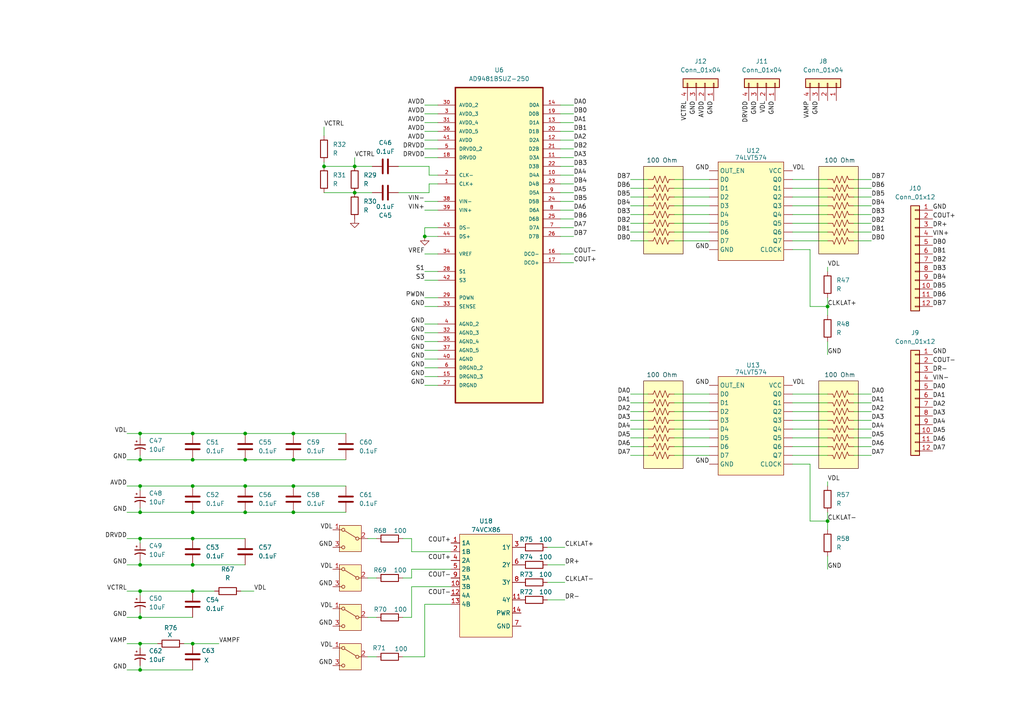
<source format=kicad_sch>
(kicad_sch (version 20231120) (generator "eeschema") (generator_version "8.0")
  (paper "A4")
  (title_block (title "ZYMA_ADC_FPGA") (date "2024-06-28") (rev "V01") (company "SHAKRA INNOVATIONS PVT LIMITED"))
  (lib_symbols
    (symbol "74LVT574_1"
      (property "Reference" "U12" (at 0 2.032 0))
      (property "Value" "74LVT574" (at -0.635 0 0))
      (symbol "74LVT574_1_1_1"
        (rectangle (start -10.16 -1.27) (end 8.89 -29.845) (fill (type background)))
        (pin input line (at 11.43 -26.67 180) (length 2.54) (name "CLOCK") (number ""))
        (pin input line (at -12.7 -6.35 0) (length 2.54) (name "D0") (number ""))
        (pin input line (at -12.7 -8.89 0) (length 2.54) (name "D1") (number ""))
        (pin input line (at -12.7 -11.43 0) (length 2.54) (name "D2") (number ""))
        (pin input line (at -12.7 -13.97 0) (length 2.54) (name "D3") (number ""))
        (pin input line (at -12.7 -16.51 0) (length 2.54) (name "D4") (number ""))
        (pin input line (at -12.7 -19.05 0) (length 2.54) (name "D5") (number ""))
        (pin input line (at -12.7 -21.59 0) (length 2.54) (name "D6") (number ""))
        (pin input line (at -12.7 -24.13 0) (length 2.54) (name "D7") (number ""))
        (pin power_in line (at -12.7 -26.67 0) (length 2.54) (name "GND") (number ""))
        (pin output line (at -12.7 -3.81 0) (length 2.54) (name "OUT_EN") (number ""))
        (pin output line (at 11.43 -6.35 180) (length 2.54) (name "Q0") (number ""))
        (pin output line (at 11.43 -8.89 180) (length 2.54) (name "Q1") (number ""))
        (pin output line (at 11.43 -11.43 180) (length 2.54) (name "Q2") (number ""))
        (pin output line (at 11.43 -13.97 180) (length 2.54) (name "Q3") (number ""))
        (pin output line (at 11.43 -16.51 180) (length 2.54) (name "Q4") (number ""))
        (pin output line (at 11.43 -19.05 180) (length 2.54) (name "Q5") (number ""))
        (pin output line (at 11.43 -21.59 180) (length 2.54) (name "Q6") (number ""))
        (pin output line (at 11.43 -24.13 180) (length 2.54) (name "Q7") (number ""))
        (pin power_in line (at 11.43 -3.81 180) (length 2.54) (name "VCC") (number ""))
      )
    )
    (symbol "Connector_Generic:Conn_01x04" (pin_names (offset 1.016) hide)
      (property "Reference" "J" (at 0 5.08 0))
      (property "Value" "Conn_01x04" (at 0 -7.62 0))
      (symbol "Conn_01x04_1_1"
        (rectangle (start -1.27 -4.953) (end 0 -5.207) (stroke (width 0.1524)))
        (rectangle (start -1.27 -2.413) (end 0 -2.667) (stroke (width 0.1524)))
        (rectangle (start -1.27 0.127) (end 0 -0.127) (stroke (width 0.1524)))
        (rectangle (start -1.27 2.667) (end 0 2.413) (stroke (width 0.1524)))
        (rectangle (start -1.27 3.81) (end 1.27 -6.35) (stroke (width 0.254)) (fill (type background)))
        (pin passive line (at -5.08 2.54 0) (length 3.81) (name "Pin_1") (number "1"))
        (pin passive line (at -5.08 0 0) (length 3.81) (name "Pin_2") (number "2"))
        (pin passive line (at -5.08 -2.54 0) (length 3.81) (name "Pin_3") (number "3"))
        (pin passive line (at -5.08 -5.08 0) (length 3.81) (name "Pin_4") (number "4"))
      )
    )
    (symbol "Connector_Generic:Conn_01x12" (pin_names (offset 1.016) hide)
      (property "Reference" "J" (at 0 15.24 0))
      (property "Value" "Conn_01x12" (at 0 -17.78 0))
      (symbol "Conn_01x12_1_1"
        (rectangle (start -1.27 -15.113) (end 0 -15.367) (stroke (width 0.1524)))
        (rectangle (start -1.27 -12.573) (end 0 -12.827) (stroke (width 0.1524)))
        (rectangle (start -1.27 -10.033) (end 0 -10.287) (stroke (width 0.1524)))
        (rectangle (start -1.27 -7.493) (end 0 -7.747) (stroke (width 0.1524)))
        (rectangle (start -1.27 -4.953) (end 0 -5.207) (stroke (width 0.1524)))
        (rectangle (start -1.27 -2.413) (end 0 -2.667) (stroke (width 0.1524)))
        (rectangle (start -1.27 0.127) (end 0 -0.127) (stroke (width 0.1524)))
        (rectangle (start -1.27 2.667) (end 0 2.413) (stroke (width 0.1524)))
        (rectangle (start -1.27 5.207) (end 0 4.953) (stroke (width 0.1524)))
        (rectangle (start -1.27 7.747) (end 0 7.493) (stroke (width 0.1524)))
        (rectangle (start -1.27 10.287) (end 0 10.033) (stroke (width 0.1524)))
        (rectangle (start -1.27 12.827) (end 0 12.573) (stroke (width 0.1524)))
        (rectangle (start -1.27 13.97) (end 1.27 -16.51) (stroke (width 0.254)) (fill (type background)))
        (pin passive line (at -5.08 12.7 0) (length 3.81) (name "Pin_1") (number "1"))
        (pin passive line (at -5.08 -10.16 0) (length 3.81) (name "Pin_10") (number "10"))
        (pin passive line (at -5.08 -12.7 0) (length 3.81) (name "Pin_11") (number "11"))
        (pin passive line (at -5.08 -15.24 0) (length 3.81) (name "Pin_12") (number "12"))
        (pin passive line (at -5.08 10.16 0) (length 3.81) (name "Pin_2") (number "2"))
        (pin passive line (at -5.08 7.62 0) (length 3.81) (name "Pin_3") (number "3"))
        (pin passive line (at -5.08 5.08 0) (length 3.81) (name "Pin_4") (number "4"))
        (pin passive line (at -5.08 2.54 0) (length 3.81) (name "Pin_5") (number "5"))
        (pin passive line (at -5.08 0 0) (length 3.81) (name "Pin_6") (number "6"))
        (pin passive line (at -5.08 -2.54 0) (length 3.81) (name "Pin_7") (number "7"))
        (pin passive line (at -5.08 -5.08 0) (length 3.81) (name "Pin_8") (number "8"))
        (pin passive line (at -5.08 -7.62 0) (length 3.81) (name "Pin_9") (number "9"))
      )
    )
    (symbol "Device:C" (pin_numbers hide) (pin_names (offset 0.254))
      (property "Reference" "C" (at 0.635 2.54 0))
      (property "Value" "C" (at 0.635 -2.54 0))
      (symbol "C_0_1"
        (polyline (pts (xy -2.032 -0.762) (xy 2.032 -0.762)) (stroke (width 0.508)))
        (polyline (pts (xy -2.032 0.762) (xy 2.032 0.762)) (stroke (width 0.508)))
      )
      (symbol "C_1_1"
        (pin passive line (at 0 3.81 270) (length 2.794) (name "~") (number "1"))
        (pin passive line (at 0 -3.81 90) (length 2.794) (name "~") (number "2"))
      )
    )
    (symbol "Device:C_Polarized_Small_US" (pin_numbers hide) (pin_names (offset 0.254) hide)
      (property "Reference" "C" (at 0.254 1.778 0))
      (property "Value" "C_Polarized_Small_US" (at 0.254 -2.032 0))
      (symbol "C_Polarized_Small_US_0_1"
        (polyline (pts (xy -1.524 0.508) (xy 1.524 0.508)) (stroke (width 0.3048)))
        (polyline (pts (xy -1.27 1.524) (xy -0.762 1.524)))
        (polyline (pts (xy -1.016 1.27) (xy -1.016 1.778)))
        (arc (start 1.524 -0.762) (mid 0 -0.3734) (end -1.524 -0.762) (stroke (width 0.3048)))
      )
      (symbol "C_Polarized_Small_US_1_1"
        (pin passive line (at 0 2.54 270) (length 2.032) (name "~") (number "1"))
        (pin passive line (at 0 -2.54 90) (length 2.032) (name "~") (number "2"))
      )
    )
    (symbol "Device:R" (pin_numbers hide) (pin_names (offset 0))
      (property "Reference" "R" (at 2.032 0 90))
      (property "Value" "R" (at 0 0 90))
      (symbol "R_0_1"
        (rectangle (start -1.016 -2.54) (end 1.016 2.54) (stroke (width 0.254)))
      )
      (symbol "R_1_1"
        (pin passive line (at 0 3.81 270) (length 1.27) (name "~") (number "1"))
        (pin passive line (at 0 -3.81 90) (length 1.27) (name "~") (number "2"))
      )
    )
    (symbol "Device:R_US" (pin_numbers hide) (pin_names (offset 0))
      (property "Reference" "R" (at 2.54 0 90))
      (property "Value" "R_US" (at -2.54 0 90))
      (symbol "R_US_0_1"
        (polyline (pts (xy 0 -2.286) (xy 0 -2.54)))
        (polyline (pts (xy 0 2.286) (xy 0 2.54)))
        (polyline (pts (xy 0 -0.762) (xy 1.016 -1.143) (xy 0 -1.524) (xy -1.016 -1.905) (xy 0 -2.286)))
        (polyline (pts (xy 0 0.762) (xy 1.016 0.381) (xy 0 0) (xy -1.016 -0.381) (xy 0 -0.762)))
        (polyline (pts (xy 0 2.286) (xy 1.016 1.905) (xy 0 1.524) (xy -1.016 1.143) (xy 0 0.762)))
      )
      (symbol "R_US_1_1"
        (pin passive line (at 0 3.81 270) (length 1.27) (name "~") (number "1"))
        (pin passive line (at 0 -3.81 90) (length 1.27) (name "~") (number "2"))
      )
    )
    (symbol "New_Library:74LVT574"
      (property "Reference" "U13" (at 0 2.032 0))
      (property "Value" "74LVT574" (at -0.635 0 0))
      (symbol "74LVT574_1_1"
        (rectangle (start -10.16 -1.27) (end 8.89 -29.845) (fill (type background)))
        (pin input line (at 11.43 -26.67 180) (length 2.54) (name "CLOCK") (number ""))
        (pin input line (at -12.7 -6.35 0) (length 2.54) (name "D0") (number ""))
        (pin input line (at -12.7 -8.89 0) (length 2.54) (name "D1") (number ""))
        (pin input line (at -12.7 -11.43 0) (length 2.54) (name "D2") (number ""))
        (pin input line (at -12.7 -13.97 0) (length 2.54) (name "D3") (number ""))
        (pin input line (at -12.7 -16.51 0) (length 2.54) (name "D4") (number ""))
        (pin input line (at -12.7 -19.05 0) (length 2.54) (name "D5") (number ""))
        (pin input line (at -12.7 -21.59 0) (length 2.54) (name "D6") (number ""))
        (pin input line (at -12.7 -24.13 0) (length 2.54) (name "D7") (number ""))
        (pin power_in line (at -12.7 -26.67 0) (length 2.54) (name "GND") (number ""))
        (pin output line (at -12.7 -3.81 0) (length 2.54) (name "OUT_EN") (number ""))
        (pin output line (at 11.43 -6.35 180) (length 2.54) (name "Q0") (number ""))
        (pin output line (at 11.43 -8.89 180) (length 2.54) (name "Q1") (number ""))
        (pin output line (at 11.43 -11.43 180) (length 2.54) (name "Q2") (number ""))
        (pin output line (at 11.43 -13.97 180) (length 2.54) (name "Q3") (number ""))
        (pin output line (at 11.43 -16.51 180) (length 2.54) (name "Q4") (number ""))
        (pin output line (at 11.43 -19.05 180) (length 2.54) (name "Q5") (number ""))
        (pin output line (at 11.43 -21.59 180) (length 2.54) (name "Q6") (number ""))
        (pin output line (at 11.43 -24.13 180) (length 2.54) (name "Q7") (number ""))
        (pin power_in line (at 11.43 -3.81 180) (length 2.54) (name "VCC") (number ""))
      )
    )
    (symbol "New_Library:74VCX86"
      (property "Reference" "U18" (at 0 2.54 0))
      (property "Value" "74VCX86" (at 0 0 0))
      (symbol "74VCX86_1_1"
        (rectangle (start -7.62 -1.27) (end 7.62 -31.115) (fill (type background)))
        (pin input line (at -10.16 -3.81 0) (length 2.54) (name "1A") (number "1"))
        (pin input line (at -10.16 -16.51 0) (length 2.54) (name "3B") (number "10"))
        (pin output line (at 10.16 -20.32 180) (length 2.54) (name "4Y") (number "11"))
        (pin input line (at -10.16 -19.05 0) (length 2.54) (name "4A") (number "12"))
        (pin input line (at -10.16 -21.59 0) (length 2.54) (name "4B") (number "13"))
        (pin power_in line (at 10.16 -24.13 180) (length 2.54) (name "PWR") (number "14"))
        (pin input line (at -10.16 -6.35 0) (length 2.54) (name "1B") (number "2"))
        (pin output line (at 10.16 -5.08 180) (length 2.54) (name "1Y") (number "3"))
        (pin input line (at -10.16 -8.89 0) (length 2.54) (name "2A") (number "4"))
        (pin input line (at -10.16 -11.43 0) (length 2.54) (name "2B") (number "5"))
        (pin output line (at 10.16 -10.16 180) (length 2.54) (name "2Y") (number "6"))
        (pin power_in line (at 10.16 -27.94 180) (length 2.54) (name "GND") (number "7"))
        (pin output line (at 10.16 -15.24 180) (length 2.54) (name "3Y") (number "8"))
        (pin input line (at -10.16 -13.97 0) (length 2.54) (name "3A") (number "9"))
      )
    )
    (symbol "New_Library:AD9481BSUZ-250" (pin_names (offset 1.016))
      (property "Reference" "U" (at -5.5891 44.9668 0))
      (property "Value" "AD9481BSUZ-250" (at -7.8886 -52.0902 0))
      (symbol "AD9481BSUZ-250_0_0"
        (rectangle (start -12.7 -48.26) (end 12.7 43.18) (stroke (width 0.4064)) (fill (type background)))
        (pin input line (at -17.78 15.24 0) (length 5.08) (name "CLK+") (number "1"))
        (pin output line (at 17.78 17.78 180) (length 5.08) (name "D4A") (number "10"))
        (pin output line (at 17.78 22.86 180) (length 5.08) (name "D3A") (number "11"))
        (pin output line (at 17.78 27.94 180) (length 5.08) (name "D2A") (number "12"))
        (pin output line (at 17.78 33.02 180) (length 5.08) (name "D1A") (number "13"))
        (pin output line (at 17.78 38.1 180) (length 5.08) (name "D0A") (number "14"))
        (pin passive line (at -17.78 -40.64 0) (length 5.08) (name "DRGND_3") (number "15"))
        (pin output line (at 17.78 -5.08 180) (length 5.08) (name "DCO-") (number "16"))
        (pin output line (at 17.78 -7.62 180) (length 5.08) (name "DCO+") (number "17"))
        (pin power_in line (at -17.78 22.86 0) (length 5.08) (name "DRVDD") (number "18"))
        (pin output line (at 17.78 35.56 180) (length 5.08) (name "D0B") (number "19"))
        (pin input line (at -17.78 17.78 0) (length 5.08) (name "CLK-") (number "2"))
        (pin output line (at 17.78 30.48 180) (length 5.08) (name "D1B") (number "20"))
        (pin output line (at 17.78 25.4 180) (length 5.08) (name "D2B") (number "21"))
        (pin output line (at 17.78 20.32 180) (length 5.08) (name "D3B") (number "22"))
        (pin output line (at 17.78 15.24 180) (length 5.08) (name "D4B") (number "23"))
        (pin output line (at 17.78 10.16 180) (length 5.08) (name "D5B") (number "24"))
        (pin output line (at 17.78 5.08 180) (length 5.08) (name "D6B") (number "25"))
        (pin output line (at 17.78 0 180) (length 5.08) (name "D7B") (number "26"))
        (pin passive line (at -17.78 -43.18 0) (length 5.08) (name "DRGND") (number "27"))
        (pin passive line (at -17.78 -10.16 0) (length 5.08) (name "S1") (number "28"))
        (pin passive line (at -17.78 -17.78 0) (length 5.08) (name "PDWN") (number "29"))
        (pin power_in line (at -17.78 35.56 0) (length 5.08) (name "AVDD_3") (number "3"))
        (pin power_in line (at -17.78 38.1 0) (length 5.08) (name "AVDD_2") (number "30"))
        (pin power_in line (at -17.78 33.02 0) (length 5.08) (name "AVDD_4") (number "31"))
        (pin passive line (at -17.78 -27.94 0) (length 5.08) (name "AGND_3") (number "32"))
        (pin passive line (at -17.78 -20.32 0) (length 5.08) (name "SENSE") (number "33"))
        (pin bidirectional line (at -17.78 -5.08 0) (length 5.08) (name "VREF") (number "34"))
        (pin passive line (at -17.78 -30.48 0) (length 5.08) (name "AGND_4") (number "35"))
        (pin power_in line (at -17.78 30.48 0) (length 5.08) (name "AVDD_5") (number "36"))
        (pin passive line (at -17.78 -33.02 0) (length 5.08) (name "AGND_5") (number "37"))
        (pin input line (at -17.78 10.16 0) (length 5.08) (name "VIN-") (number "38"))
        (pin input line (at -17.78 7.62 0) (length 5.08) (name "VIN+") (number "39"))
        (pin passive line (at -17.78 -25.4 0) (length 5.08) (name "AGND_2") (number "4"))
        (pin passive line (at -17.78 -35.56 0) (length 5.08) (name "AGND") (number "40"))
        (pin power_in line (at -17.78 27.94 0) (length 5.08) (name "AVDD") (number "41"))
        (pin passive line (at -17.78 -12.7 0) (length 5.08) (name "S3") (number "42"))
        (pin passive line (at -17.78 2.54 0) (length 5.08) (name "DS-") (number "43"))
        (pin passive line (at -17.78 0 0) (length 5.08) (name "DS+") (number "44"))
        (pin power_in line (at -17.78 25.4 0) (length 5.08) (name "DRVDD_2") (number "5"))
        (pin passive line (at -17.78 -38.1 0) (length 5.08) (name "DRGND_2") (number "6"))
        (pin output line (at 17.78 2.54 180) (length 5.08) (name "D7A") (number "7"))
        (pin output line (at 17.78 7.62 180) (length 5.08) (name "D6A") (number "8"))
        (pin output line (at 17.78 12.7 180) (length 5.08) (name "D5A") (number "9"))
      )
    )
    (symbol "Switch:SW_SPDT" (pin_names (offset 0) hide)
      (property "Reference" "SW" (at 0 5.08 0))
      (property "Value" "SW_SPDT" (at 0 -5.08 0))
      (symbol "SW_SPDT_0_1"
        (circle (center -2.032 0) (radius 0.4572))
        (polyline (pts (xy -1.651 0.254) (xy 1.651 2.286)))
        (circle (center 2.032 -2.54) (radius 0.4572))
        (circle (center 2.032 2.54) (radius 0.4572))
      )
      (symbol "SW_SPDT_1_1"
        (rectangle (start -3.175 3.81) (end 3.175 -3.81) (fill (type background)))
        (pin passive line (at 5.08 2.54 180) (length 2.54) (name "A") (number "1"))
        (pin passive line (at -5.08 0 0) (length 2.54) (name "B") (number "2"))
        (pin passive line (at 5.08 -2.54 180) (length 2.54) (name "C") (number "3"))
      )
    )
    (symbol "power:GND" (power) (pin_numbers hide) (pin_names (offset 0) hide)
      (property "Value" "GND" (at 0 -3.81 0))
      (symbol "GND_0_1"
        (polyline (pts (xy 0 0) (xy 0 -1.27) (xy 1.27 -1.27) (xy 0 -2.54) (xy -1.27 -1.27) (xy 0 -1.27)))
      )
      (symbol "GND_1_1"
        (pin power_in line (at 0 0 270) (length 0) (name "~") (number "1"))
      )
    )
  )
  (junction (at 55.88 125.73))
  (junction (at 40.64 171.45))
  (junction (at 71.12 148.59))
  (junction (at 123.19 68.58))
  (junction (at 55.88 186.69))
  (junction (at 40.64 186.69))
  (junction (at 40.64 179.07))
  (junction (at 93.98 48.26))
  (junction (at 40.64 156.21))
  (junction (at 40.64 148.59))
  (junction (at 102.87 48.26))
  (junction (at 55.88 156.21))
  (junction (at 240.03 88.9))
  (junction (at 40.64 163.83))
  (junction (at 85.09 133.35))
  (junction (at 85.09 148.59))
  (junction (at 40.64 133.35))
  (junction (at 55.88 163.83))
  (junction (at 71.12 140.97))
  (junction (at 55.88 171.45))
  (junction (at 71.12 133.35))
  (junction (at 40.64 140.97))
  (junction (at 85.09 140.97))
  (junction (at 40.64 194.31))
  (junction (at 55.88 148.59))
  (junction (at 85.09 125.73))
  (junction (at 55.88 140.97))
  (junction (at 55.88 133.35))
  (junction (at 240.03 151.13))
  (junction (at 40.64 125.73))
  (junction (at 102.87 55.88))
  (junction (at 71.12 125.73))
  (wire (pts (xy 85.09 148.59) (xy 71.12 148.59)))
  (wire (pts (xy 252.73 67.31) (xy 247.65 67.31)))
  (wire (pts (xy 195.58 127) (xy 205.74 127)))
  (wire (pts (xy 252.73 116.84) (xy 247.65 116.84)))
  (wire (pts (xy 195.58 114.3) (xy 205.74 114.3)))
  (wire (pts (xy 195.58 129.54) (xy 205.74 129.54)))
  (wire (pts (xy 36.83 186.69) (xy 40.64 186.69)))
  (wire (pts (xy 166.37 63.5) (xy 162.56 63.5)))
  (wire (pts (xy 123.19 58.42) (xy 127 58.42)))
  (wire (pts (xy 182.88 67.31) (xy 187.96 67.31)))
  (wire (pts (xy 252.73 59.69) (xy 247.65 59.69)))
  (wire (pts (xy 252.73 62.23) (xy 247.65 62.23)))
  (wire (pts (xy 102.87 55.88) (xy 107.95 55.88)))
  (wire (pts (xy 100.33 125.73) (xy 85.09 125.73)))
  (wire (pts (xy 85.09 140.97) (xy 71.12 140.97)))
  (wire (pts (xy 100.33 133.35) (xy 85.09 133.35)))
  (wire (pts (xy 123.19 101.6) (xy 127 101.6)))
  (wire (pts (xy 119.38 156.21) (xy 116.84 156.21)))
  (wire (pts (xy 163.83 163.83) (xy 158.75 163.83)))
  (wire (pts (xy 229.87 134.62) (xy 234.95 134.62)))
  (wire (pts (xy 55.88 156.21) (xy 40.64 156.21)))
  (wire (pts (xy 252.73 52.07) (xy 247.65 52.07)))
  (wire (pts (xy 116.84 179.07) (xy 119.38 179.07)))
  (wire (pts (xy 240.03 129.54) (xy 229.87 129.54)))
  (wire (pts (xy 102.87 48.26) (xy 107.95 48.26)))
  (wire (pts (xy 130.81 175.26) (xy 123.19 175.26)))
  (wire (pts (xy 71.12 163.83) (xy 55.88 163.83)))
  (wire (pts (xy 252.73 69.85) (xy 247.65 69.85)))
  (wire (pts (xy 182.88 52.07) (xy 187.96 52.07)))
  (wire (pts (xy 123.19 81.28) (xy 127 81.28)))
  (wire (pts (xy 166.37 33.02) (xy 162.56 33.02)))
  (wire (pts (xy 85.09 133.35) (xy 71.12 133.35)))
  (wire (pts (xy 100.33 148.59) (xy 85.09 148.59)))
  (wire (pts (xy 36.83 140.97) (xy 40.64 140.97)))
  (wire (pts (xy 195.58 69.85) (xy 205.74 69.85)))
  (wire (pts (xy 252.73 54.61) (xy 247.65 54.61)))
  (wire (pts (xy 252.73 132.08) (xy 247.65 132.08)))
  (wire (pts (xy 240.03 64.77) (xy 229.87 64.77)))
  (wire (pts (xy 166.37 43.18) (xy 162.56 43.18)))
  (wire (pts (xy 36.83 179.07) (xy 40.64 179.07)))
  (wire (pts (xy 240.03 67.31) (xy 229.87 67.31)))
  (wire (pts (xy 123.19 43.18) (xy 127 43.18)))
  (wire (pts (xy 240.03 77.47) (xy 240.03 78.74)))
  (wire (pts (xy 240.03 124.46) (xy 229.87 124.46)))
  (wire (pts (xy 163.83 168.91) (xy 158.75 168.91)))
  (wire (pts (xy 40.64 193.04) (xy 40.64 194.31)))
  (wire (pts (xy 166.37 73.66) (xy 162.56 73.66)))
  (wire (pts (xy 55.88 171.45) (xy 40.64 171.45)))
  (wire (pts (xy 166.37 66.04) (xy 162.56 66.04)))
  (wire (pts (xy 36.83 163.83) (xy 40.64 163.83)))
  (wire (pts (xy 36.83 133.35) (xy 40.64 133.35)))
  (wire (pts (xy 40.64 140.97) (xy 40.64 142.24)))
  (wire (pts (xy 252.73 114.3) (xy 247.65 114.3)))
  (wire (pts (xy 123.19 66.04) (xy 123.19 68.58)))
  (wire (pts (xy 252.73 64.77) (xy 247.65 64.77)))
  (wire (pts (xy 182.88 57.15) (xy 187.96 57.15)))
  (wire (pts (xy 40.64 148.59) (xy 40.64 147.32)))
  (wire (pts (xy 36.83 148.59) (xy 40.64 148.59)))
  (wire (pts (xy 123.19 73.66) (xy 127 73.66)))
  (wire (pts (xy 123.19 109.22) (xy 127 109.22)))
  (wire (pts (xy 36.83 194.31) (xy 40.64 194.31)))
  (wire (pts (xy 182.88 116.84) (xy 187.96 116.84)))
  (wire (pts (xy 116.84 167.64) (xy 119.38 167.64)))
  (wire (pts (xy 166.37 38.1) (xy 162.56 38.1)))
  (wire (pts (xy 182.88 124.46) (xy 187.96 124.46)))
  (wire (pts (xy 124.46 55.88) (xy 115.57 55.88)))
  (wire (pts (xy 252.73 127) (xy 247.65 127)))
  (wire (pts (xy 182.88 132.08) (xy 187.96 132.08)))
  (wire (pts (xy 106.68 156.21) (xy 109.22 156.21)))
  (wire (pts (xy 85.09 125.73) (xy 71.12 125.73)))
  (wire (pts (xy 71.12 140.97) (xy 55.88 140.97)))
  (wire (pts (xy 123.19 96.52) (xy 127 96.52)))
  (wire (pts (xy 182.88 54.61) (xy 187.96 54.61)))
  (wire (pts (xy 166.37 55.88) (xy 162.56 55.88)))
  (wire (pts (xy 195.58 124.46) (xy 205.74 124.46)))
  (wire (pts (xy 195.58 57.15) (xy 205.74 57.15)))
  (wire (pts (xy 93.98 48.26) (xy 102.87 48.26)))
  (wire (pts (xy 40.64 194.31) (xy 55.88 194.31)))
  (wire (pts (xy 93.98 55.88) (xy 102.87 55.88)))
  (wire (pts (xy 40.64 186.69) (xy 40.64 187.96)))
  (wire (pts (xy 127 50.8) (xy 124.46 50.8)))
  (wire (pts (xy 123.19 45.72) (xy 127 45.72)))
  (wire (pts (xy 106.68 179.07) (xy 109.22 179.07)))
  (wire (pts (xy 123.19 33.02) (xy 127 33.02)))
  (wire (pts (xy 55.88 133.35) (xy 40.64 133.35)))
  (wire (pts (xy 234.95 88.9) (xy 240.03 88.9)))
  (wire (pts (xy 55.88 186.69) (xy 63.5 186.69)))
  (wire (pts (xy 182.88 127) (xy 187.96 127)))
  (wire (pts (xy 123.19 93.98) (xy 127 93.98)))
  (wire (pts (xy 123.19 35.56) (xy 127 35.56)))
  (wire (pts (xy 252.73 129.54) (xy 247.65 129.54)))
  (wire (pts (xy 240.03 139.7) (xy 240.03 140.97)))
  (wire (pts (xy 195.58 64.77) (xy 205.74 64.77)))
  (wire (pts (xy 182.88 121.92) (xy 187.96 121.92)))
  (wire (pts (xy 71.12 133.35) (xy 55.88 133.35)))
  (wire (pts (xy 229.87 72.39) (xy 234.95 72.39)))
  (wire (pts (xy 123.19 99.06) (xy 127 99.06)))
  (wire (pts (xy 124.46 50.8) (xy 124.46 48.26)))
  (wire (pts (xy 182.88 129.54) (xy 187.96 129.54)))
  (wire (pts (xy 123.19 86.36) (xy 127 86.36)))
  (wire (pts (xy 234.95 72.39) (xy 234.95 88.9)))
  (wire (pts (xy 166.37 30.48) (xy 162.56 30.48)))
  (wire (pts (xy 166.37 35.56) (xy 162.56 35.56)))
  (wire (pts (xy 55.88 140.97) (xy 40.64 140.97)))
  (wire (pts (xy 119.38 167.64) (xy 119.38 165.1)))
  (wire (pts (xy 195.58 62.23) (xy 205.74 62.23)))
  (wire (pts (xy 119.38 160.02) (xy 130.81 160.02)))
  (wire (pts (xy 166.37 58.42) (xy 162.56 58.42)))
  (wire (pts (xy 71.12 125.73) (xy 55.88 125.73)))
  (wire (pts (xy 195.58 67.31) (xy 205.74 67.31)))
  (wire (pts (xy 195.58 119.38) (xy 205.74 119.38)))
  (wire (pts (xy 40.64 156.21) (xy 40.64 157.48)))
  (wire (pts (xy 163.83 173.99) (xy 158.75 173.99)))
  (wire (pts (xy 106.68 190.5) (xy 109.22 190.5)))
  (wire (pts (xy 123.19 38.1) (xy 127 38.1)))
  (wire (pts (xy 123.19 60.96) (xy 127 60.96)))
  (wire (pts (xy 166.37 40.64) (xy 162.56 40.64)))
  (wire (pts (xy 55.88 148.59) (xy 40.64 148.59)))
  (wire (pts (xy 182.88 114.3) (xy 187.96 114.3)))
  (wire (pts (xy 234.95 134.62) (xy 234.95 151.13)))
  (wire (pts (xy 119.38 179.07) (xy 119.38 170.18)))
  (wire (pts (xy 195.58 52.07) (xy 205.74 52.07)))
  (wire (pts (xy 127 53.34) (xy 124.46 53.34)))
  (wire (pts (xy 166.37 53.34) (xy 162.56 53.34)))
  (wire (pts (xy 240.03 121.92) (xy 229.87 121.92)))
  (wire (pts (xy 127 66.04) (xy 123.19 66.04)))
  (wire (pts (xy 36.83 171.45) (xy 40.64 171.45)))
  (wire (pts (xy 195.58 116.84) (xy 205.74 116.84)))
  (wire (pts (xy 195.58 121.92) (xy 205.74 121.92)))
  (wire (pts (xy 53.34 186.69) (xy 55.88 186.69)))
  (wire (pts (xy 40.64 125.73) (xy 40.64 127)))
  (wire (pts (xy 69.85 171.45) (xy 73.66 171.45)))
  (wire (pts (xy 166.37 68.58) (xy 162.56 68.58)))
  (wire (pts (xy 240.03 151.13) (xy 240.03 148.59)))
  (wire (pts (xy 240.03 57.15) (xy 229.87 57.15)))
  (wire (pts (xy 123.19 104.14) (xy 127 104.14)))
  (wire (pts (xy 166.37 60.96) (xy 162.56 60.96)))
  (wire (pts (xy 93.98 36.83) (xy 93.98 39.37)))
  (wire (pts (xy 40.64 171.45) (xy 40.64 172.72)))
  (wire (pts (xy 166.37 76.2) (xy 162.56 76.2)))
  (wire (pts (xy 240.03 52.07) (xy 229.87 52.07)))
  (wire (pts (xy 93.98 46.99) (xy 93.98 48.26)))
  (wire (pts (xy 182.88 119.38) (xy 187.96 119.38)))
  (wire (pts (xy 234.95 151.13) (xy 240.03 151.13)))
  (wire (pts (xy 240.03 88.9) (xy 240.03 86.36)))
  (wire (pts (xy 62.23 171.45) (xy 55.88 171.45)))
  (wire (pts (xy 106.68 167.64) (xy 109.22 167.64)))
  (wire (pts (xy 252.73 119.38) (xy 247.65 119.38)))
  (wire (pts (xy 252.73 124.46) (xy 247.65 124.46)))
  (wire (pts (xy 123.19 175.26) (xy 123.19 190.5)))
  (wire (pts (xy 123.19 30.48) (xy 127 30.48)))
  (wire (pts (xy 195.58 54.61) (xy 205.74 54.61)))
  (wire (pts (xy 45.72 186.69) (xy 40.64 186.69)))
  (wire (pts (xy 116.84 190.5) (xy 123.19 190.5)))
  (wire (pts (xy 124.46 48.26) (xy 115.57 48.26)))
  (wire (pts (xy 124.46 53.34) (xy 124.46 55.88)))
  (wire (pts (xy 240.03 114.3) (xy 229.87 114.3)))
  (wire (pts (xy 55.88 163.83) (xy 40.64 163.83)))
  (wire (pts (xy 240.03 119.38) (xy 229.87 119.38)))
  (wire (pts (xy 240.03 69.85) (xy 229.87 69.85)))
  (wire (pts (xy 240.03 102.87) (xy 240.03 99.06)))
  (wire (pts (xy 123.19 88.9) (xy 127 88.9)))
  (wire (pts (xy 166.37 48.26) (xy 162.56 48.26)))
  (wire (pts (xy 252.73 121.92) (xy 247.65 121.92)))
  (wire (pts (xy 71.12 148.59) (xy 55.88 148.59)))
  (wire (pts (xy 252.73 57.15) (xy 247.65 57.15)))
  (wire (pts (xy 240.03 54.61) (xy 229.87 54.61)))
  (wire (pts (xy 123.19 106.68) (xy 127 106.68)))
  (wire (pts (xy 40.64 177.8) (xy 40.64 179.07)))
  (wire (pts (xy 119.38 170.18) (xy 130.81 170.18)))
  (wire (pts (xy 100.33 140.97) (xy 85.09 140.97)))
  (wire (pts (xy 40.64 163.83) (xy 40.64 162.56)))
  (wire (pts (xy 182.88 64.77) (xy 187.96 64.77)))
  (wire (pts (xy 36.83 156.21) (xy 40.64 156.21)))
  (wire (pts (xy 195.58 132.08) (xy 205.74 132.08)))
  (wire (pts (xy 240.03 116.84) (xy 229.87 116.84)))
  (wire (pts (xy 40.64 133.35) (xy 40.64 132.08)))
  (wire (pts (xy 119.38 156.21) (xy 119.38 160.02)))
  (wire (pts (xy 40.64 179.07) (xy 55.88 179.07)))
  (wire (pts (xy 123.19 40.64) (xy 127 40.64)))
  (wire (pts (xy 195.58 59.69) (xy 205.74 59.69)))
  (wire (pts (xy 123.19 111.76) (xy 127 111.76)))
  (wire (pts (xy 240.03 127) (xy 229.87 127)))
  (wire (pts (xy 240.03 59.69) (xy 229.87 59.69)))
  (wire (pts (xy 166.37 45.72) (xy 162.56 45.72)))
  (wire (pts (xy 182.88 62.23) (xy 187.96 62.23)))
  (wire (pts (xy 119.38 165.1) (xy 130.81 165.1)))
  (wire (pts (xy 240.03 62.23) (xy 229.87 62.23)))
  (wire (pts (xy 123.19 78.74) (xy 127 78.74)))
  (wire (pts (xy 240.03 132.08) (xy 229.87 132.08)))
  (wire (pts (xy 182.88 69.85) (xy 187.96 69.85)))
  (wire (pts (xy 55.88 125.73) (xy 40.64 125.73)))
  (wire (pts (xy 240.03 165.1) (xy 240.03 161.29)))
  (wire (pts (xy 123.19 68.58) (xy 127 68.58)))
  (wire (pts (xy 182.88 59.69) (xy 187.96 59.69)))
  (wire (pts (xy 163.83 158.75) (xy 158.75 158.75)))
  (wire (pts (xy 166.37 50.8) (xy 162.56 50.8)))
  (wire (pts (xy 240.03 91.44) (xy 240.03 88.9)))
  (wire (pts (xy 71.12 156.21) (xy 55.88 156.21)))
  (wire (pts (xy 36.83 125.73) (xy 40.64 125.73)))
  (wire (pts (xy 102.87 45.72) (xy 102.87 48.26)))
  (wire (pts (xy 240.03 153.67) (xy 240.03 151.13)))
  (rectangle (start 237.49 73.66) (end 248.92 48.26) (stroke (width 0) (color 72 0 0 1)) (fill (type color) (color 255 255 194 1)))
  (rectangle (start 237.49 135.89) (end 248.92 110.49) (stroke (width 0) (color 72 0 0 1)) (fill (type color) (color 255 255 194 1)))
  (rectangle (start 186.69 110.49) (end 198.12 135.89) (stroke (width 0) (color 72 0 0 1)) (fill (type color) (color 255 255 194 1)))
  (rectangle (start 186.69 48.26) (end 198.12 73.66) (stroke (width 0) (color 72 0 0 1)) (fill (type color) (color 255 255 194 1)))
  (text "100 Ohm" (at 192.024 108.966 0) (effects (font (size 1.27 1.27))))
  (text "100 Ohm" (at 243.586 46.736 0) (effects (font (size 1.27 1.27))))
  (text "100 Ohm" (at 243.586 108.966 0) (effects (font (size 1.27 1.27))))
  (text "100 Ohm" (at 192.024 46.736 0) (effects (font (size 1.27 1.27))))
  (label "DA0" (at 270.51 113.03 0))
  (label "VDL" (at 36.83 125.73 180))
  (label "GND" (at 123.19 99.06 180))
  (label "DA3" (at 270.51 120.65 0))
  (label "GND" (at 240.03 165.1 0))
  (label "GND" (at 36.83 148.59 180))
  (label "DR-" (at 270.51 107.95 0))
  (label "AVDD" (at 123.19 38.1 180))
  (label "DA2" (at 182.88 119.38 180))
  (label "VCTRL" (at 199.39 29.21 270))
  (label "DA7" (at 182.88 132.08 180))
  (label "GND" (at 205.74 134.62 180))
  (label "DB3" (at 166.37 48.26 0))
  (label "VAMP" (at 234.95 29.21 270))
  (label "PWDN" (at 123.19 86.36 180))
  (label "DA7" (at 270.51 130.81 0))
  (label "DB2" (at 166.37 43.18 0))
  (label "DB4" (at 270.51 81.28 0))
  (label "GND" (at 123.19 109.22 180))
  (label "VAMPF" (at 63.5 186.69 0))
  (label "GND" (at 36.83 194.31 180))
  (label "DB6" (at 270.51 86.36 0))
  (label "COUT+" (at 130.81 157.48 180))
  (label "DA3" (at 182.88 121.92 180))
  (label "GND" (at 36.83 163.83 180))
  (label "VCTRL" (at 93.98 36.83 0))
  (label "DA2" (at 252.73 119.38 0))
  (label "GND" (at 240.03 102.87 0))
  (label "DB2" (at 252.73 64.77 0))
  (label "GND" (at 36.83 179.07 180))
  (label "DRVDD" (at 217.17 29.21 270))
  (label "DB1" (at 166.37 38.1 0))
  (label "VDL" (at 240.03 139.7 0))
  (label "DB6" (at 182.88 54.61 180))
  (label "GND" (at 205.74 72.39 180))
  (label "GND" (at 201.93 29.21 270))
  (label "CLKLAT-" (at 163.83 168.91 0))
  (label "VIN-" (at 123.19 58.42 180))
  (label "DA2" (at 270.51 118.11 0))
  (label "DA3" (at 166.37 45.72 0))
  (label "VCTRL" (at 102.87 45.72 0))
  (label "CLKLAT+" (at 163.83 158.75 0))
  (label "GND" (at 205.74 49.53 180))
  (label "DA7" (at 252.73 132.08 0))
  (label "DA2" (at 166.37 40.64 0))
  (label "DB7" (at 270.51 88.9 0))
  (label "VCTRL" (at 36.83 171.45 180))
  (label "DR-" (at 163.83 173.99 0))
  (label "VDL" (at 222.25 29.21 270))
  (label "DA0" (at 182.88 114.3 180))
  (label "GND" (at 123.19 88.9 180))
  (label "AVDD" (at 123.19 35.56 180))
  (label "VREF" (at 123.19 73.66 180))
  (label "GND" (at 36.83 133.35 180))
  (label "GND" (at 123.19 101.6 180))
  (label "VDL" (at 240.03 77.47 0))
  (label "VIN-" (at 270.51 110.49 0))
  (label "VDL" (at 229.87 111.76 0))
  (label "VDL" (at 96.52 153.67 180))
  (label "CLKLAT+" (at 240.03 88.9 0))
  (label "GND" (at 224.79 29.21 270))
  (label "AVDD" (at 36.83 140.97 180))
  (label "DA6" (at 270.51 128.27 0))
  (label "DB0" (at 252.73 69.85 0))
  (label "DA0" (at 166.37 30.48 0))
  (label "DR+" (at 270.51 66.04 0))
  (label "DR+" (at 163.83 163.83 0))
  (label "AVDD" (at 123.19 40.64 180))
  (label "GND" (at 219.71 29.21 270))
  (label "COUT+" (at 166.37 76.2 0))
  (label "DRVDD" (at 123.19 43.18 180))
  (label "DA6" (at 182.88 129.54 180))
  (label "GND" (at 123.19 106.68 180))
  (label "VDL" (at 96.52 176.53 180))
  (label "GND" (at 205.74 111.76 180))
  (label "GND" (at 207.01 29.21 270))
  (label "VDL" (at 96.52 187.96 180))
  (label "S3" (at 123.19 81.28 180))
  (label "DRVDD" (at 36.83 156.21 180))
  (label "DA7" (at 166.37 66.04 0))
  (label "DA4" (at 182.88 124.46 180))
  (label "COUT-" (at 130.81 167.64 180))
  (label "DB1" (at 252.73 67.31 0))
  (label "DA0" (at 252.73 114.3 0))
  (label "DB7" (at 166.37 68.58 0))
  (label "DB4" (at 182.88 59.69 180))
  (label "GND" (at 96.52 170.18 180))
  (label "VIN+" (at 270.51 68.58 0))
  (label "VDL" (at 73.66 171.45 0))
  (label "DB5" (at 270.51 83.82 0))
  (label "DB7" (at 182.88 52.07 180))
  (label "DA1" (at 166.37 35.56 0))
  (label "DB1" (at 182.88 67.31 180))
  (label "DB2" (at 270.51 76.2 0))
  (label "GND" (at 237.49 29.21 270))
  (label "VDL" (at 96.52 165.1 180))
  (label "COUT-" (at 130.81 172.72 180))
  (label "DB4" (at 166.37 53.34 0))
  (label "DB3" (at 182.88 62.23 180))
  (label "COUT+" (at 270.51 63.5 0))
  (label "AVDD" (at 204.47 29.21 270))
  (label "COUT-" (at 270.51 105.41 0))
  (label "COUT+" (at 130.81 162.56 180))
  (label "GND" (at 96.52 193.04 180))
  (label "DA4" (at 166.37 50.8 0))
  (label "DA6" (at 166.37 60.96 0))
  (label "GND" (at 270.51 60.96 0))
  (label "DB0" (at 270.51 71.12 0))
  (label "GND" (at 123.19 96.52 180))
  (label "DA1" (at 182.88 116.84 180))
  (label "GND" (at 270.51 102.87 0))
  (label "GND" (at 123.19 93.98 180))
  (label "DA4" (at 252.73 124.46 0))
  (label "AVDD" (at 123.19 33.02 180))
  (label "DB4" (at 252.73 59.69 0))
  (label "VDL" (at 229.87 49.53 0))
  (label "DB5" (at 252.73 57.15 0))
  (label "CLKLAT-" (at 240.03 151.13 0))
  (label "COUT-" (at 166.37 73.66 0))
  (label "DA1" (at 270.51 115.57 0))
  (label "VIN+" (at 123.19 60.96 180))
  (label "DB5" (at 182.88 57.15 180))
  (label "DRVDD" (at 123.19 45.72 180))
  (label "DA3" (at 252.73 121.92 0))
  (label "DA5" (at 182.88 127 180))
  (label "DB0" (at 182.88 69.85 180))
  (label "DB3" (at 252.73 62.23 0))
  (label "GND" (at 96.52 158.75 180))
  (label "DB2" (at 182.88 64.77 180))
  (label "DA5" (at 270.51 125.73 0))
  (label "DB6" (at 166.37 63.5 0))
  (label "DA5" (at 252.73 127 0))
  (label "DA1" (at 252.73 116.84 0))
  (label "VAMP" (at 36.83 186.69 180))
  (label "GND" (at 96.52 181.61 180))
  (label "DA5" (at 166.37 55.88 0))
  (label "S1" (at 123.19 78.74 180))
  (label "DB0" (at 166.37 33.02 0))
  (label "DB3" (at 270.51 78.74 0))
  (label "DA4" (at 270.51 123.19 0))
  (label "GND" (at 123.19 104.14 180))
  (label "GND" (at 123.19 111.76 180))
  (label "DA6" (at 252.73 129.54 0))
  (label "AVDD" (at 123.19 30.48 180))
  (label "DB1" (at 270.51 73.66 0))
  (label "DB6" (at 252.73 54.61 0))
  (label "DB5" (at 166.37 58.42 0))
  (label "DB7" (at 252.73 52.07 0))
  (symbol (lib_id "Device:R_US") (at 191.77 69.85 90) (unit 1)
    (property "Reference" "R38" (effects (hide yes)))
    (property "Value" "100" (effects (hide yes)))
    (property "Description" "Resistor, US symbol" (effects (hide yes)))
  )
  (symbol (lib_id "Device:R_US") (at 243.84 67.31 270) (mirror x) (unit 1)
    (property "Reference" "R45" (effects (hide yes)))
    (property "Value" "100" (effects (hide yes)))
    (property "Description" "Resistor, US symbol" (effects (hide yes)))
  )
  (symbol (lib_id "Device:C_Polarized_Small_US") (at 40.64 190.5 0) (unit 1)
    (property "Reference" "C62" (at 43.18 188.7981 0) (effects (justify left)))
    (property "Value" "10uF" (at 43.18 191.3381 0) (effects (justify left)))
    (property "Description" "Polarized capacitor, small US symbol" (effects (hide yes)))
  )
  (symbol (lib_id "Device:R_US") (at 243.84 124.46 270) (mirror x) (unit 1)
    (property "Reference" "R63" (effects (hide yes)))
    (property "Value" "100" (effects (hide yes)))
    (property "Description" "Resistor, US symbol" (effects (hide yes)))
  )
  (symbol (lib_id "Device:C") (at 100.33 129.54 0) (unit 1)
    (property "Reference" "C60" (at 104.14 128.2699 0) (effects (justify left)))
    (property "Value" "0.1uF" (at 104.14 130.8099 0) (effects (justify left)))
    (property "Description" "Unpolarized capacitor" (effects (hide yes)))
  )
  (symbol (lib_id "Device:R_US") (at 191.77 124.46 90) (unit 1)
    (property "Reference" "R53" (effects (hide yes)))
    (property "Value" "100" (effects (hide yes)))
    (property "Description" "Resistor, US symbol" (effects (hide yes)))
  )
  (symbol (lib_id "Device:R") (at 154.94 168.91 90) (unit 1)
    (property "Reference" "R73" (at 152.654 166.624 90))
    (property "Value" "100" (at 158.242 166.624 90))
    (property "Description" "Resistor" (effects (hide yes)))
  )
  (symbol (lib_id "Device:R_US") (at 191.77 132.08 90) (unit 1)
    (property "Reference" "R56" (effects (hide yes)))
    (property "Value" "100" (effects (hide yes)))
    (property "Description" "Resistor, US symbol" (effects (hide yes)))
  )
  (symbol (lib_id "Device:R_US") (at 191.77 127 90) (unit 1)
    (property "Reference" "R54" (effects (hide yes)))
    (property "Value" "100" (effects (hide yes)))
    (property "Description" "Resistor, US symbol" (effects (hide yes)))
  )
  (symbol (lib_id "Device:R") (at 113.03 190.5 90) (unit 1)
    (property "Reference" "R71" (at 109.982 187.96 90))
    (property "Value" "100" (at 116.332 188.214 90))
    (property "Description" "Resistor" (effects (hide yes)))
  )
  (symbol (lib_id "Switch:SW_SPDT") (at 101.6 167.64 0) (mirror y) (unit 1)
    (property "Reference" "SW2" (effects (hide yes)))
    (property "Value" "SW_SPDT" (effects (hide yes)))
    (property "Description" "Switch, single pole double throw" (effects (hide yes)))
  )
  (symbol (lib_id "Device:C") (at 55.88 175.26 0) (unit 1)
    (property "Reference" "C54" (at 59.69 173.9899 0) (effects (justify left)))
    (property "Value" "0.1uF" (at 59.69 176.5299 0) (effects (justify left)))
    (property "Description" "Unpolarized capacitor" (effects (hide yes)))
  )
  (symbol (lib_id "Device:R") (at 49.53 186.69 90) (unit 1)
    (property "Reference" "R76" (at 49.53 182.118 90))
    (property "Value" "X" (at 49.276 184.15 90))
    (property "Description" "Resistor" (effects (hide yes)))
  )
  (symbol (lib_id "Connector_Generic:Conn_01x04") (at 222.25 24.13 270) (mirror x) (unit 1)
    (property "Reference" "J11" (at 220.98 17.78 90))
    (property "Value" "Conn_01x04" (at 220.98 20.32 90))
    (property "Description" "Generic connector, single row, 01x04, script generated (kicad-library-utils/schlib/autogen/connector/)" (effects (hide yes)))
  )
  (symbol (lib_id "Device:C") (at 85.09 144.78 0) (unit 1)
    (property "Reference" "C58" (at 88.9 143.5099 0) (effects (justify left)))
    (property "Value" "0.1uF" (at 88.9 146.0499 0) (effects (justify left)))
    (property "Description" "Unpolarized capacitor" (effects (hide yes)))
  )
  (symbol (lib_id "Device:R_US") (at 191.77 121.92 90) (unit 1)
    (property "Reference" "R52" (effects (hide yes)))
    (property "Value" "100" (effects (hide yes)))
    (property "Description" "Resistor, US symbol" (effects (hide yes)))
  )
  (symbol (lib_id "Device:R") (at 93.98 43.18 0) (unit 1)
    (property "Reference" "R32" (at 96.52 41.9099 0) (effects (justify left)))
    (property "Value" "R" (at 96.52 44.4499 0) (effects (justify left)))
    (property "Description" "Resistor" (effects (hide yes)))
  )
  (symbol (lib_id "Device:R") (at 240.03 157.48 0) (unit 1)
    (property "Reference" "R58" (at 242.57 156.2099 0) (effects (justify left)))
    (property "Value" "R" (at 242.57 158.7499 0) (effects (justify left)))
    (property "Description" "Resistor" (effects (hide yes)))
  )
  (symbol (lib_id "Device:R") (at 154.94 173.99 90) (unit 1)
    (property "Reference" "R72" (at 152.654 171.704 90))
    (property "Value" "100" (at 158.242 171.704 90))
    (property "Description" "Resistor" (effects (hide yes)))
  )
  (symbol (lib_id "Device:R_US") (at 243.84 132.08 270) (mirror x) (unit 1)
    (property "Reference" "R66" (effects (hide yes)))
    (property "Value" "100" (effects (hide yes)))
    (property "Description" "Resistor, US symbol" (effects (hide yes)))
  )
  (symbol (lib_id "Device:R_US") (at 191.77 116.84 90) (unit 1)
    (property "Reference" "R50" (effects (hide yes)))
    (property "Value" "100" (effects (hide yes)))
    (property "Description" "Resistor, US symbol" (effects (hide yes)))
  )
  (symbol (lib_id "Device:R") (at 102.87 59.69 0) (unit 1)
    (property "Reference" "R30" (at 105.41 58.4199 0) (effects (justify left)))
    (property "Value" "R" (at 105.41 60.9599 0) (effects (justify left)))
    (property "Description" "Resistor" (effects (hide yes)))
  )
  (symbol (lib_id "Device:R_US") (at 243.84 52.07 270) (mirror x) (unit 1)
    (property "Reference" "R39" (effects (hide yes)))
    (property "Value" "100" (effects (hide yes)))
    (property "Description" "Resistor, US symbol" (effects (hide yes)))
  )
  (symbol (lib_id "Connector_Generic:Conn_01x12") (at 265.43 73.66 0) (mirror y) (unit 1)
    (property "Reference" "J10" (at 265.43 54.61 0))
    (property "Value" "Conn_01x12" (at 265.43 57.15 0))
    (property "Description" "Generic connector, single row, 01x12, script generated (kicad-library-utils/schlib/autogen/connector/)" (effects (hide yes)))
  )
  (symbol (lib_id "Switch:SW_SPDT") (at 101.6 179.07 0) (mirror y) (unit 1)
    (property "Reference" "SW3" (effects (hide yes)))
    (property "Value" "SW_SPDT" (effects (hide yes)))
    (property "Description" "Switch, single pole double throw" (effects (hide yes)))
  )
  (symbol (lib_id "Device:C") (at 111.76 48.26 90) (unit 1)
    (property "Reference" "C46" (at 111.76 41.402 90))
    (property "Value" "0.1uF" (at 111.76 43.942 90))
    (property "Description" "Unpolarized capacitor" (effects (hide yes)))
  )
  (symbol (lib_id "Device:R_US") (at 191.77 52.07 90) (unit 1)
    (property "Reference" "R27" (effects (hide yes)))
    (property "Value" "100" (effects (hide yes)))
    (property "Description" "Resistor, US symbol" (effects (hide yes)))
  )
  (symbol (lib_id "Device:R_US") (at 191.77 64.77 90) (unit 1)
    (property "Reference" "R36" (effects (hide yes)))
    (property "Value" "100" (effects (hide yes)))
    (property "Description" "Resistor, US symbol" (effects (hide yes)))
  )
  (symbol (lib_id "Device:R_US") (at 243.84 54.61 270) (mirror x) (unit 1)
    (property "Reference" "R40" (effects (hide yes)))
    (property "Value" "100" (effects (hide yes)))
    (property "Description" "Resistor, US symbol" (effects (hide yes)))
  )
  (symbol (lib_id "Device:R_US") (at 243.84 129.54 270) (mirror x) (unit 1)
    (property "Reference" "R65" (effects (hide yes)))
    (property "Value" "100" (effects (hide yes)))
    (property "Description" "Resistor, US symbol" (effects (hide yes)))
  )
  (symbol (lib_id "New_Library:AD9481BSUZ-250") (at 144.78 68.58 0) (unit 1)
    (property "Reference" "U6" (at 144.78 20.32 0))
    (property "Value" "AD9481BSUZ-250" (at 144.78 22.86 0))
    (property "Footprint" "AD9481BSUZ-250:QFP80P1200X1200X120-44N" (effects (hide yes)))
    (property "DigiKey_Part_Number" "AD9481BSUZ-250-ND" (effects (hide yes)))
    (property "SnapEDA_Link" "https://www.snapeda.com/parts/AD9481BSUZ-250/Analog+Devices/view-part/?ref=snap" (effects (hide yes)))
    (property "Description_1" "\n8-Bit, 250 MSPS, 3.3 V A/D Converter\n" (effects (hide yes)))
    (property "PACKAGE" "TQFP-44" (effects (hide yes)))
    (property "MPN" "AD9481BSUZ-250" (effects (hide yes)))
    (property "Package" "TQFP -44 Analog Devices" (effects (hide yes)))
    (property "OC_FARNELL" "1078244" (effects (hide yes)))
    (property "MF" "Analog Devices" (effects (hide yes)))
    (property "MP" "AD9481BSUZ-250" (effects (hide yes)))
    (property "SUPPLIER" "Analog Devices" (effects (hide yes)))
    (property "OC_NEWARK" "59K7277" (effects (hide yes)))
    (property "Check_prices" "https://www.snapeda.com/parts/AD9481BSUZ-250/Analog+Devices/view-part/?ref=eda" (effects (hide yes)))
  )
  (symbol (lib_id "Device:C") (at 55.88 160.02 0) (unit 1)
    (property "Reference" "C53" (at 59.69 158.7499 0) (effects (justify left)))
    (property "Value" "0.1uF" (at 59.69 161.2899 0) (effects (justify left)))
    (property "Description" "Unpolarized capacitor" (effects (hide yes)))
  )
  (symbol (lib_name "74LVT574_1") (lib_id "New_Library:74LVT574") (at 218.44 45.72 0) (unit 1)
    (property "Reference" "U12" (at 218.44 43.688 0))
    (property "Value" "74LVT574" (at 217.805 45.72 0))
  )
  (symbol (lib_id "Device:C") (at 71.12 160.02 0) (unit 1)
    (property "Reference" "C57" (at 74.93 158.7499 0) (effects (justify left)))
    (property "Value" "0.1uF" (at 74.93 161.2899 0) (effects (justify left)))
    (property "Description" "Unpolarized capacitor" (effects (hide yes)))
  )
  (symbol (lib_id "Device:R") (at 240.03 144.78 0) (unit 1)
    (property "Reference" "R57" (at 242.57 143.5099 0) (effects (justify left)))
    (property "Value" "R" (at 242.57 146.0499 0) (effects (justify left)))
    (property "Description" "Resistor" (effects (hide yes)))
  )
  (symbol (lib_id "Device:C") (at 55.88 190.5 0) (unit 1)
    (property "Reference" "C63" (at 58.42 188.722 0) (effects (justify left)))
    (property "Value" "X" (at 59.182 191.516 0) (effects (justify left)))
    (property "Description" "Unpolarized capacitor" (effects (hide yes)))
  )
  (symbol (lib_id "Device:R_US") (at 243.84 116.84 270) (mirror x) (unit 1)
    (property "Reference" "R60" (effects (hide yes)))
    (property "Value" "100" (effects (hide yes)))
    (property "Description" "Resistor, US symbol" (effects (hide yes)))
  )
  (symbol (lib_id "Device:C_Polarized_Small_US") (at 40.64 144.78 0) (unit 1)
    (property "Reference" "C48" (at 43.18 143.0781 0) (effects (justify left)))
    (property "Value" "10uF" (at 43.18 145.6181 0) (effects (justify left)))
    (property "Description" "Polarized capacitor, small US symbol" (effects (hide yes)))
  )
  (symbol (lib_id "Connector_Generic:Conn_01x04") (at 240.03 24.13 270) (mirror x) (unit 1)
    (property "Reference" "J8" (at 238.76 17.78 90))
    (property "Value" "Conn_01x04" (at 238.76 20.32 90))
    (property "Description" "Generic connector, single row, 01x04, script generated (kicad-library-utils/schlib/autogen/connector/)" (effects (hide yes)))
  )
  (symbol (lib_id "Device:R_US") (at 191.77 54.61 90) (unit 1)
    (property "Reference" "R28" (effects (hide yes)))
    (property "Value" "100" (effects (hide yes)))
    (property "Description" "Resistor, US symbol" (effects (hide yes)))
  )
  (symbol (lib_id "power:GND") (at 123.19 68.58 0) (unit 1)
    (property "Reference" "#PWR044" (effects (hide yes)))
    (property "Value" "GND" (effects (hide yes)))
    (property "Description" "Power symbol creates a global label with name \"GND\" , ground" (effects (hide yes)))
  )
  (symbol (lib_id "Device:R_US") (at 191.77 119.38 90) (unit 1)
    (property "Reference" "R51" (effects (hide yes)))
    (property "Value" "100" (effects (hide yes)))
    (property "Description" "Resistor, US symbol" (effects (hide yes)))
  )
  (symbol (lib_id "Device:R") (at 113.03 167.64 90) (unit 1)
    (property "Reference" "R69" (at 110.236 165.354 90))
    (property "Value" "100" (at 116.078 165.354 90))
    (property "Description" "Resistor" (effects (hide yes)))
  )
  (symbol (lib_id "Device:R") (at 113.03 156.21 90) (unit 1)
    (property "Reference" "R68" (at 110.236 153.924 90))
    (property "Value" "100" (at 116.078 153.924 90))
    (property "Description" "Resistor" (effects (hide yes)))
  )
  (symbol (lib_id "Device:R_US") (at 243.84 57.15 270) (mirror x) (unit 1)
    (property "Reference" "R41" (effects (hide yes)))
    (property "Value" "100" (effects (hide yes)))
    (property "Description" "Resistor, US symbol" (effects (hide yes)))
  )
  (symbol (lib_id "Device:R_US") (at 243.84 64.77 270) (mirror x) (unit 1)
    (property "Reference" "R44" (effects (hide yes)))
    (property "Value" "100" (effects (hide yes)))
    (property "Description" "Resistor, US symbol" (effects (hide yes)))
  )
  (symbol (lib_id "Device:R_US") (at 243.84 119.38 270) (mirror x) (unit 1)
    (property "Reference" "R61" (effects (hide yes)))
    (property "Value" "100" (effects (hide yes)))
    (property "Description" "Resistor, US symbol" (effects (hide yes)))
  )
  (symbol (lib_id "Device:R_US") (at 243.84 59.69 270) (mirror x) (unit 1)
    (property "Reference" "R42" (effects (hide yes)))
    (property "Value" "100" (effects (hide yes)))
    (property "Description" "Resistor, US symbol" (effects (hide yes)))
  )
  (symbol (lib_id "Device:R_US") (at 191.77 114.3 90) (unit 1)
    (property "Reference" "R49" (effects (hide yes)))
    (property "Value" "100" (effects (hide yes)))
    (property "Description" "Resistor, US symbol" (effects (hide yes)))
  )
  (symbol (lib_id "Device:R") (at 240.03 95.25 0) (unit 1)
    (property "Reference" "R48" (at 242.57 93.9799 0) (effects (justify left)))
    (property "Value" "R" (at 242.57 96.5199 0) (effects (justify left)))
    (property "Description" "Resistor" (effects (hide yes)))
  )
  (symbol (lib_id "Device:R_US") (at 243.84 114.3 270) (mirror x) (unit 1)
    (property "Reference" "R59" (effects (hide yes)))
    (property "Value" "100" (effects (hide yes)))
    (property "Description" "Resistor, US symbol" (effects (hide yes)))
  )
  (symbol (lib_id "New_Library:74LVT574") (at 218.44 107.95 0) (unit 1)
    (property "Reference" "U13" (at 218.44 105.918 0))
    (property "Value" "74LVT574" (at 217.805 107.95 0))
  )
  (symbol (lib_id "Device:R_US") (at 191.77 67.31 90) (unit 1)
    (property "Reference" "R37" (effects (hide yes)))
    (property "Value" "100" (effects (hide yes)))
    (property "Description" "Resistor, US symbol" (effects (hide yes)))
  )
  (symbol (lib_id "Device:R_US") (at 191.77 57.15 90) (unit 1)
    (property "Reference" "R33" (effects (hide yes)))
    (property "Value" "100" (effects (hide yes)))
    (property "Description" "Resistor, US symbol" (effects (hide yes)))
  )
  (symbol (lib_id "Switch:SW_SPDT") (at 101.6 190.5 0) (mirror y) (unit 1)
    (property "Reference" "SW4" (effects (hide yes)))
    (property "Value" "SW_SPDT" (effects (hide yes)))
    (property "Description" "Switch, single pole double throw" (effects (hide yes)))
  )
  (symbol (lib_id "Device:R") (at 102.87 52.07 0) (unit 1)
    (property "Reference" "R29" (at 105.41 50.7999 0) (effects (justify left)))
    (property "Value" "R" (at 105.41 53.3399 0) (effects (justify left)))
    (property "Description" "Resistor" (effects (hide yes)))
  )
  (symbol (lib_id "Device:R") (at 154.94 163.83 90) (unit 1)
    (property "Reference" "R74" (at 152.654 161.544 90))
    (property "Value" "100" (at 158.242 161.544 90))
    (property "Description" "Resistor" (effects (hide yes)))
  )
  (symbol (lib_id "Device:R") (at 93.98 52.07 0) (unit 1)
    (property "Reference" "R31" (at 96.52 50.7999 0) (effects (justify left)))
    (property "Value" "R" (at 96.52 53.3399 0) (effects (justify left)))
    (property "Description" "Resistor" (effects (hide yes)))
  )
  (symbol (lib_id "Connector_Generic:Conn_01x12") (at 265.43 115.57 0) (mirror y) (unit 1)
    (property "Reference" "J9" (at 265.43 96.52 0))
    (property "Value" "Conn_01x12" (at 265.43 99.06 0))
    (property "Description" "Generic connector, single row, 01x12, script generated (kicad-library-utils/schlib/autogen/connector/)" (effects (hide yes)))
  )
  (symbol (lib_id "Device:C") (at 111.76 55.88 90) (mirror x) (unit 1)
    (property "Reference" "C45" (at 111.76 62.484 90))
    (property "Value" "0.1uF" (at 111.76 59.944 90))
    (property "Description" "Unpolarized capacitor" (effects (hide yes)))
  )
  (symbol (lib_id "Connector_Generic:Conn_01x04") (at 204.47 24.13 270) (mirror x) (unit 1)
    (property "Reference" "J12" (at 203.2 17.78 90))
    (property "Value" "Conn_01x04" (at 203.2 20.32 90))
    (property "Description" "Generic connector, single row, 01x04, script generated (kicad-library-utils/schlib/autogen/connector/)" (effects (hide yes)))
  )
  (symbol (lib_id "Device:R_US") (at 243.84 121.92 270) (mirror x) (unit 1)
    (property "Reference" "R62" (effects (hide yes)))
    (property "Value" "100" (effects (hide yes)))
    (property "Description" "Resistor, US symbol" (effects (hide yes)))
  )
  (symbol (lib_id "power:GND") (at 102.87 63.5 0) (unit 1)
    (property "Reference" "#PWR045" (effects (hide yes)))
    (property "Value" "GND" (effects (hide yes)))
    (property "Description" "Power symbol creates a global label with name \"GND\" , ground" (effects (hide yes)))
  )
  (symbol (lib_id "Switch:SW_SPDT") (at 101.6 156.21 0) (mirror y) (unit 1)
    (property "Reference" "SW1" (effects (hide yes)))
    (property "Value" "SW_SPDT" (effects (hide yes)))
    (property "Description" "Switch, single pole double throw" (effects (hide yes)))
  )
  (symbol (lib_id "Device:C") (at 71.12 144.78 0) (unit 1)
    (property "Reference" "C56" (at 74.93 143.5099 0) (effects (justify left)))
    (property "Value" "0.1uF" (at 74.93 146.0499 0) (effects (justify left)))
    (property "Description" "Unpolarized capacitor" (effects (hide yes)))
  )
  (symbol (lib_id "Device:C") (at 85.09 129.54 0) (unit 1)
    (property "Reference" "C59" (at 88.9 128.2699 0) (effects (justify left)))
    (property "Value" "0.1uF" (at 88.9 130.8099 0) (effects (justify left)))
    (property "Description" "Unpolarized capacitor" (effects (hide yes)))
  )
  (symbol (lib_id "Device:R_US") (at 243.84 69.85 270) (mirror x) (unit 1)
    (property "Reference" "R46" (effects (hide yes)))
    (property "Value" "100" (effects (hide yes)))
    (property "Description" "Resistor, US symbol" (effects (hide yes)))
  )
  (symbol (lib_id "New_Library:74VCX86") (at 140.97 153.67 0) (unit 1)
    (property "Reference" "U18" (at 140.97 151.13 0))
    (property "Value" "74VCX86" (at 140.97 153.67 0))
  )
  (symbol (lib_id "Device:R_US") (at 191.77 59.69 90) (unit 1)
    (property "Reference" "R34" (effects (hide yes)))
    (property "Value" "100" (effects (hide yes)))
    (property "Description" "Resistor, US symbol" (effects (hide yes)))
  )
  (symbol (lib_id "Device:R") (at 154.94 158.75 90) (unit 1)
    (property "Reference" "R75" (at 152.654 156.464 90))
    (property "Value" "100" (at 158.242 156.464 90))
    (property "Description" "Resistor" (effects (hide yes)))
  )
  (symbol (lib_id "Device:C_Polarized_Small_US") (at 40.64 129.54 0) (unit 1)
    (property "Reference" "C47" (at 43.18 127.8381 0) (effects (justify left)))
    (property "Value" "10uF" (at 43.18 130.3781 0) (effects (justify left)))
    (property "Description" "Polarized capacitor, small US symbol" (effects (hide yes)))
  )
  (symbol (lib_id "Device:C") (at 71.12 129.54 0) (unit 1)
    (property "Reference" "C55" (at 74.93 128.2699 0) (effects (justify left)))
    (property "Value" "0.1uF" (at 74.93 130.8099 0) (effects (justify left)))
    (property "Description" "Unpolarized capacitor" (effects (hide yes)))
  )
  (symbol (lib_id "Device:R_US") (at 191.77 62.23 90) (unit 1)
    (property "Reference" "R35" (effects (hide yes)))
    (property "Value" "100" (effects (hide yes)))
    (property "Description" "Resistor, US symbol" (effects (hide yes)))
  )
  (symbol (lib_id "Device:R_US") (at 243.84 127 270) (mirror x) (unit 1)
    (property "Reference" "R64" (effects (hide yes)))
    (property "Value" "100" (effects (hide yes)))
    (property "Description" "Resistor, US symbol" (effects (hide yes)))
  )
  (symbol (lib_id "Device:C") (at 100.33 144.78 0) (unit 1)
    (property "Reference" "C61" (at 104.14 143.5099 0) (effects (justify left)))
    (property "Value" "0.1uF" (at 104.14 146.0499 0) (effects (justify left)))
    (property "Description" "Unpolarized capacitor" (effects (hide yes)))
  )
  (symbol (lib_id "Device:R_US") (at 191.77 129.54 90) (unit 1)
    (property "Reference" "R55" (effects (hide yes)))
    (property "Value" "100" (effects (hide yes)))
    (property "Description" "Resistor, US symbol" (effects (hide yes)))
  )
  (symbol (lib_id "Device:C") (at 55.88 144.78 0) (unit 1)
    (property "Reference" "C52" (at 59.69 143.5099 0) (effects (justify left)))
    (property "Value" "0.1uF" (at 59.69 146.0499 0) (effects (justify left)))
    (property "Description" "Unpolarized capacitor" (effects (hide yes)))
  )
  (symbol (lib_id "Device:R") (at 113.03 179.07 90) (unit 1)
    (property "Reference" "R70" (at 110.3217 176.7546 90))
    (property "Value" "100" (at 116.1637 176.7546 90))
    (property "Description" "Resistor" (effects (hide yes)))
  )
  (symbol (lib_id "Device:C_Polarized_Small_US") (at 40.64 160.02 0) (unit 1)
    (property "Reference" "C49" (at 43.18 158.3181 0) (effects (justify left)))
    (property "Value" "10uF" (at 43.18 160.8581 0) (effects (justify left)))
    (property "Description" "Polarized capacitor, small US symbol" (effects (hide yes)))
  )
  (symbol (lib_id "Device:C_Polarized_Small_US") (at 40.64 175.26 0) (unit 1)
    (property "Reference" "C50" (at 43.18 173.5581 0) (effects (justify left)))
    (property "Value" "10uF" (at 43.18 176.0981 0) (effects (justify left)))
    (property "Description" "Polarized capacitor, small US symbol" (effects (hide yes)))
  )
  (symbol (lib_id "Device:R_US") (at 243.84 62.23 270) (mirror x) (unit 1)
    (property "Reference" "R43" (effects (hide yes)))
    (property "Value" "100" (effects (hide yes)))
    (property "Description" "Resistor, US symbol" (effects (hide yes)))
  )
  (symbol (lib_id "Device:R") (at 66.04 171.45 90) (unit 1)
    (property "Reference" "R67" (at 66.04 165.1 90))
    (property "Value" "R" (at 66.04 167.64 90))
    (property "Description" "Resistor" (effects (hide yes)))
  )
  (symbol (lib_id "Device:R") (at 240.03 82.55 0) (unit 1)
    (property "Reference" "R47" (at 242.57 81.2799 0) (effects (justify left)))
    (property "Value" "R" (at 242.57 83.8199 0) (effects (justify left)))
    (property "Description" "Resistor" (effects (hide yes)))
  )
  (symbol (lib_id "Device:C") (at 55.88 129.54 0) (unit 1)
    (property "Reference" "C51" (at 59.69 128.2699 0) (effects (justify left)))
    (property "Value" "0.1uF" (at 59.69 130.8099 0) (effects (justify left)))
    (property "Description" "Unpolarized capacitor" (effects (hide yes)))
  )
)
</source>
